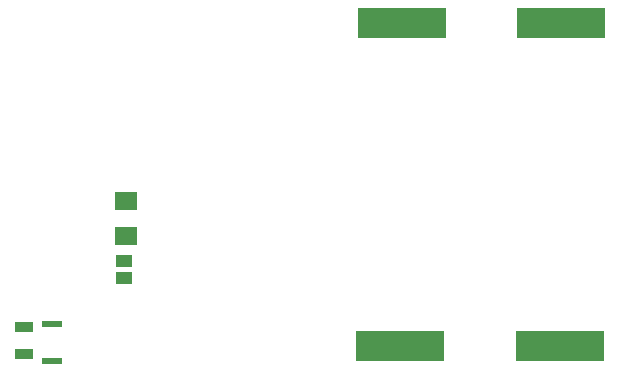
<source format=gbp>
G04*
G04 #@! TF.GenerationSoftware,Altium Limited,Altium Designer,19.1.8 (144)*
G04*
G04 Layer_Color=128*
%FSLAX25Y25*%
%MOIN*%
G70*
G01*
G75*
%ADD107R,0.07480X0.06102*%
%ADD108R,0.05315X0.04331*%
%ADD109R,0.06102X0.03740*%
%ADD110R,0.06693X0.02165*%
%ADD111R,0.29528X0.09843*%
D107*
X196555Y272441D02*
D03*
Y284055D02*
D03*
D108*
X196063Y258661D02*
D03*
Y264173D02*
D03*
D109*
X162547Y233065D02*
D03*
Y242317D02*
D03*
D110*
X172047Y243317D02*
D03*
Y230915D02*
D03*
D111*
X288000Y236000D02*
D03*
X341150D02*
D03*
X288500Y343500D02*
D03*
X341650D02*
D03*
M02*

</source>
